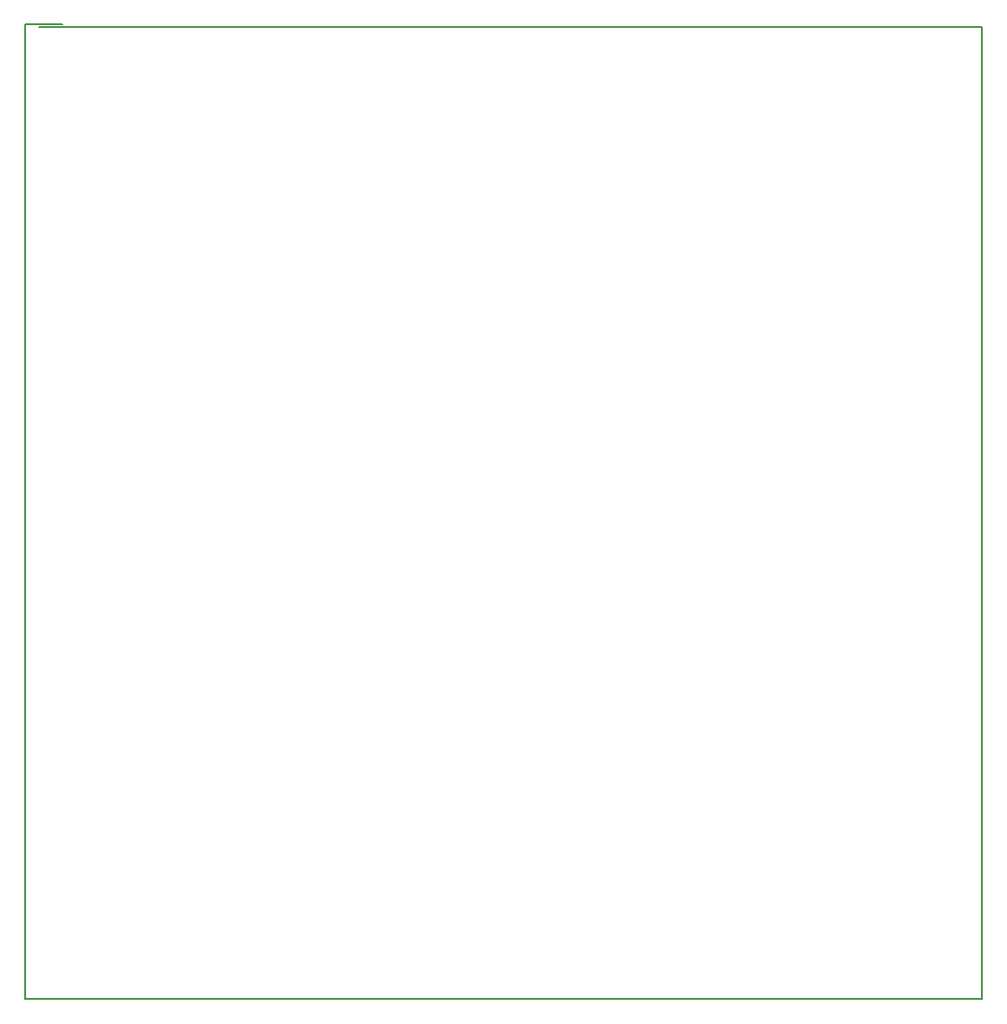
<source format=gbr>
%TF.GenerationSoftware,KiCad,Pcbnew,(2017-07-14 revision 22e95aa)-master*%
%TF.CreationDate,2017-07-26T18:39:18+02:00*%
%TF.ProjectId,allcolours,616C6C636F6C6F7572732E6B69636164,rev?*%
%TF.SameCoordinates,Original%
%TF.FileFunction,Profile,NP*%
%FSLAX46Y46*%
G04 Gerber Fmt 4.6, Leading zero omitted, Abs format (unit mm)*
G04 Created by KiCad (PCBNEW (2017-07-14 revision 22e95aa)-master) date Wed Jul 26 18:39:18 2017*
%MOMM*%
%LPD*%
G01*
G04 APERTURE LIST*
%ADD10C,0.150000*%
G04 APERTURE END LIST*
D10*
X122200000Y-31100000D02*
X125600000Y-31100000D01*
X122200000Y-119700000D02*
X122200000Y-31100000D01*
X123000000Y-119700000D02*
X122200000Y-119700000D01*
X209300000Y-119700000D02*
X123000000Y-119700000D01*
X209300000Y-31300000D02*
X209300000Y-119700000D01*
X123500000Y-31300000D02*
X209300000Y-31300000D01*
M02*

</source>
